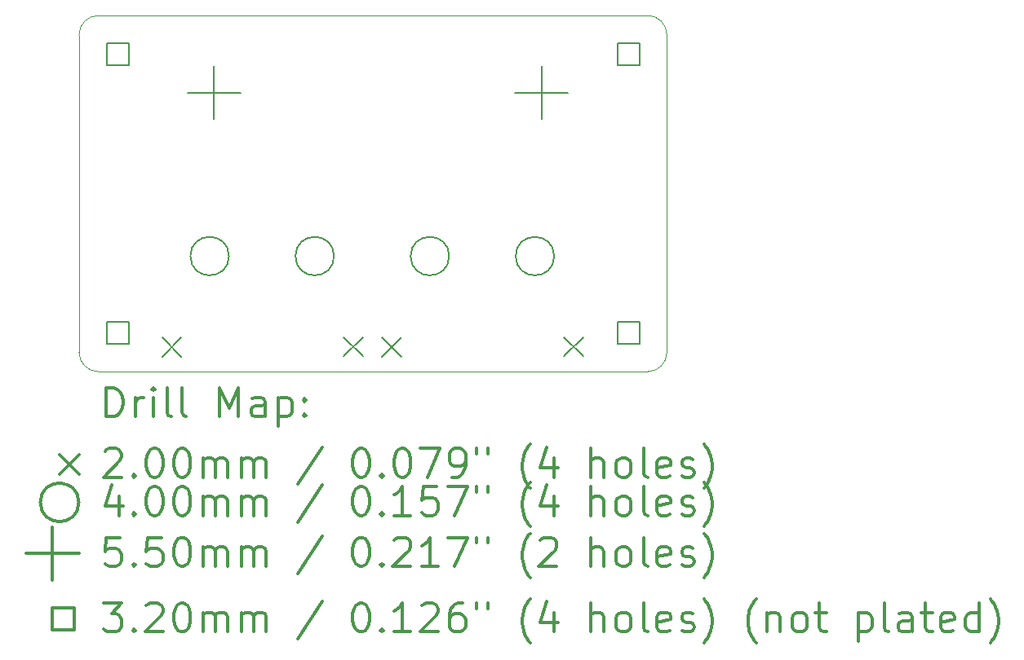
<source format=gbr>
%FSLAX45Y45*%
G04 Gerber Fmt 4.5, Leading zero omitted, Abs format (unit mm)*
G04 Created by KiCad (PCBNEW 5.1.6-c6e7f7d~87~ubuntu18.04.1) date 2020-09-18 13:50:06*
%MOMM*%
%LPD*%
G01*
G04 APERTURE LIST*
%TA.AperFunction,Profile*%
%ADD10C,0.050000*%
%TD*%
%ADD11C,0.200000*%
%ADD12C,0.300000*%
G04 APERTURE END LIST*
D10*
X5925000Y-3725000D02*
X5375000Y-3725000D01*
X225000Y-25000D02*
X1325000Y-25000D01*
X775000Y-3725000D02*
X225000Y-3725000D01*
X6125000Y-3525000D02*
X6125000Y-225000D01*
X1325000Y-25000D02*
X5925000Y-25000D01*
X25000Y-225000D02*
G75*
G02*
X225000Y-25000I200000J0D01*
G01*
X5925000Y-25000D02*
G75*
G02*
X6125000Y-225000I0J-200000D01*
G01*
X6125000Y-3525000D02*
G75*
G02*
X5925000Y-3725000I-200000J0D01*
G01*
X225000Y-3725000D02*
G75*
G02*
X25000Y-3525000I0J200000D01*
G01*
X5375000Y-3725000D02*
X775000Y-3725000D01*
X25000Y-225000D02*
X25000Y-3525000D01*
D11*
X885000Y-3370000D02*
X1085000Y-3570000D01*
X1085000Y-3370000D02*
X885000Y-3570000D01*
X2770000Y-3365000D02*
X2970000Y-3565000D01*
X2970000Y-3365000D02*
X2770000Y-3565000D01*
X3170000Y-3370000D02*
X3370000Y-3570000D01*
X3370000Y-3370000D02*
X3170000Y-3570000D01*
X5055000Y-3365000D02*
X5255000Y-3565000D01*
X5255000Y-3365000D02*
X5055000Y-3565000D01*
X1580000Y-2525000D02*
G75*
G03*
X1580000Y-2525000I-200000J0D01*
G01*
X2670000Y-2525000D02*
G75*
G03*
X2670000Y-2525000I-200000J0D01*
G01*
X3865000Y-2525000D02*
G75*
G03*
X3865000Y-2525000I-200000J0D01*
G01*
X4955000Y-2525000D02*
G75*
G03*
X4955000Y-2525000I-200000J0D01*
G01*
X1425000Y-550000D02*
X1425000Y-1100000D01*
X1150000Y-825000D02*
X1700000Y-825000D01*
X4825000Y-550000D02*
X4825000Y-1100000D01*
X4550000Y-825000D02*
X5100000Y-825000D01*
X538138Y-3438138D02*
X538138Y-3211862D01*
X311862Y-3211862D01*
X311862Y-3438138D01*
X538138Y-3438138D01*
X5838138Y-3438138D02*
X5838138Y-3211862D01*
X5611862Y-3211862D01*
X5611862Y-3438138D01*
X5838138Y-3438138D01*
X538138Y-538138D02*
X538138Y-311862D01*
X311862Y-311862D01*
X311862Y-538138D01*
X538138Y-538138D01*
X5838138Y-538138D02*
X5838138Y-311862D01*
X5611862Y-311862D01*
X5611862Y-538138D01*
X5838138Y-538138D01*
D12*
X308928Y-4193214D02*
X308928Y-3893214D01*
X380357Y-3893214D01*
X423214Y-3907500D01*
X451786Y-3936071D01*
X466071Y-3964643D01*
X480357Y-4021786D01*
X480357Y-4064643D01*
X466071Y-4121786D01*
X451786Y-4150357D01*
X423214Y-4178929D01*
X380357Y-4193214D01*
X308928Y-4193214D01*
X608928Y-4193214D02*
X608928Y-3993214D01*
X608928Y-4050357D02*
X623214Y-4021786D01*
X637500Y-4007500D01*
X666071Y-3993214D01*
X694643Y-3993214D01*
X794643Y-4193214D02*
X794643Y-3993214D01*
X794643Y-3893214D02*
X780357Y-3907500D01*
X794643Y-3921786D01*
X808928Y-3907500D01*
X794643Y-3893214D01*
X794643Y-3921786D01*
X980357Y-4193214D02*
X951786Y-4178929D01*
X937500Y-4150357D01*
X937500Y-3893214D01*
X1137500Y-4193214D02*
X1108928Y-4178929D01*
X1094643Y-4150357D01*
X1094643Y-3893214D01*
X1480357Y-4193214D02*
X1480357Y-3893214D01*
X1580357Y-4107500D01*
X1680357Y-3893214D01*
X1680357Y-4193214D01*
X1951786Y-4193214D02*
X1951786Y-4036071D01*
X1937500Y-4007500D01*
X1908928Y-3993214D01*
X1851786Y-3993214D01*
X1823214Y-4007500D01*
X1951786Y-4178929D02*
X1923214Y-4193214D01*
X1851786Y-4193214D01*
X1823214Y-4178929D01*
X1808928Y-4150357D01*
X1808928Y-4121786D01*
X1823214Y-4093214D01*
X1851786Y-4078929D01*
X1923214Y-4078929D01*
X1951786Y-4064643D01*
X2094643Y-3993214D02*
X2094643Y-4293214D01*
X2094643Y-4007500D02*
X2123214Y-3993214D01*
X2180357Y-3993214D01*
X2208928Y-4007500D01*
X2223214Y-4021786D01*
X2237500Y-4050357D01*
X2237500Y-4136071D01*
X2223214Y-4164643D01*
X2208928Y-4178929D01*
X2180357Y-4193214D01*
X2123214Y-4193214D01*
X2094643Y-4178929D01*
X2366071Y-4164643D02*
X2380357Y-4178929D01*
X2366071Y-4193214D01*
X2351786Y-4178929D01*
X2366071Y-4164643D01*
X2366071Y-4193214D01*
X2366071Y-4007500D02*
X2380357Y-4021786D01*
X2366071Y-4036071D01*
X2351786Y-4021786D01*
X2366071Y-4007500D01*
X2366071Y-4036071D01*
X-177500Y-4587500D02*
X22500Y-4787500D01*
X22500Y-4587500D02*
X-177500Y-4787500D01*
X294643Y-4551786D02*
X308928Y-4537500D01*
X337500Y-4523214D01*
X408928Y-4523214D01*
X437500Y-4537500D01*
X451786Y-4551786D01*
X466071Y-4580357D01*
X466071Y-4608929D01*
X451786Y-4651786D01*
X280357Y-4823214D01*
X466071Y-4823214D01*
X594643Y-4794643D02*
X608928Y-4808929D01*
X594643Y-4823214D01*
X580357Y-4808929D01*
X594643Y-4794643D01*
X594643Y-4823214D01*
X794643Y-4523214D02*
X823214Y-4523214D01*
X851786Y-4537500D01*
X866071Y-4551786D01*
X880357Y-4580357D01*
X894643Y-4637500D01*
X894643Y-4708929D01*
X880357Y-4766072D01*
X866071Y-4794643D01*
X851786Y-4808929D01*
X823214Y-4823214D01*
X794643Y-4823214D01*
X766071Y-4808929D01*
X751786Y-4794643D01*
X737500Y-4766072D01*
X723214Y-4708929D01*
X723214Y-4637500D01*
X737500Y-4580357D01*
X751786Y-4551786D01*
X766071Y-4537500D01*
X794643Y-4523214D01*
X1080357Y-4523214D02*
X1108928Y-4523214D01*
X1137500Y-4537500D01*
X1151786Y-4551786D01*
X1166071Y-4580357D01*
X1180357Y-4637500D01*
X1180357Y-4708929D01*
X1166071Y-4766072D01*
X1151786Y-4794643D01*
X1137500Y-4808929D01*
X1108928Y-4823214D01*
X1080357Y-4823214D01*
X1051786Y-4808929D01*
X1037500Y-4794643D01*
X1023214Y-4766072D01*
X1008928Y-4708929D01*
X1008928Y-4637500D01*
X1023214Y-4580357D01*
X1037500Y-4551786D01*
X1051786Y-4537500D01*
X1080357Y-4523214D01*
X1308928Y-4823214D02*
X1308928Y-4623214D01*
X1308928Y-4651786D02*
X1323214Y-4637500D01*
X1351786Y-4623214D01*
X1394643Y-4623214D01*
X1423214Y-4637500D01*
X1437500Y-4666072D01*
X1437500Y-4823214D01*
X1437500Y-4666072D02*
X1451786Y-4637500D01*
X1480357Y-4623214D01*
X1523214Y-4623214D01*
X1551786Y-4637500D01*
X1566071Y-4666072D01*
X1566071Y-4823214D01*
X1708928Y-4823214D02*
X1708928Y-4623214D01*
X1708928Y-4651786D02*
X1723214Y-4637500D01*
X1751786Y-4623214D01*
X1794643Y-4623214D01*
X1823214Y-4637500D01*
X1837500Y-4666072D01*
X1837500Y-4823214D01*
X1837500Y-4666072D02*
X1851786Y-4637500D01*
X1880357Y-4623214D01*
X1923214Y-4623214D01*
X1951786Y-4637500D01*
X1966071Y-4666072D01*
X1966071Y-4823214D01*
X2551786Y-4508929D02*
X2294643Y-4894643D01*
X2937500Y-4523214D02*
X2966071Y-4523214D01*
X2994643Y-4537500D01*
X3008928Y-4551786D01*
X3023214Y-4580357D01*
X3037500Y-4637500D01*
X3037500Y-4708929D01*
X3023214Y-4766072D01*
X3008928Y-4794643D01*
X2994643Y-4808929D01*
X2966071Y-4823214D01*
X2937500Y-4823214D01*
X2908928Y-4808929D01*
X2894643Y-4794643D01*
X2880357Y-4766072D01*
X2866071Y-4708929D01*
X2866071Y-4637500D01*
X2880357Y-4580357D01*
X2894643Y-4551786D01*
X2908928Y-4537500D01*
X2937500Y-4523214D01*
X3166071Y-4794643D02*
X3180357Y-4808929D01*
X3166071Y-4823214D01*
X3151786Y-4808929D01*
X3166071Y-4794643D01*
X3166071Y-4823214D01*
X3366071Y-4523214D02*
X3394643Y-4523214D01*
X3423214Y-4537500D01*
X3437500Y-4551786D01*
X3451786Y-4580357D01*
X3466071Y-4637500D01*
X3466071Y-4708929D01*
X3451786Y-4766072D01*
X3437500Y-4794643D01*
X3423214Y-4808929D01*
X3394643Y-4823214D01*
X3366071Y-4823214D01*
X3337500Y-4808929D01*
X3323214Y-4794643D01*
X3308928Y-4766072D01*
X3294643Y-4708929D01*
X3294643Y-4637500D01*
X3308928Y-4580357D01*
X3323214Y-4551786D01*
X3337500Y-4537500D01*
X3366071Y-4523214D01*
X3566071Y-4523214D02*
X3766071Y-4523214D01*
X3637500Y-4823214D01*
X3894643Y-4823214D02*
X3951786Y-4823214D01*
X3980357Y-4808929D01*
X3994643Y-4794643D01*
X4023214Y-4751786D01*
X4037500Y-4694643D01*
X4037500Y-4580357D01*
X4023214Y-4551786D01*
X4008928Y-4537500D01*
X3980357Y-4523214D01*
X3923214Y-4523214D01*
X3894643Y-4537500D01*
X3880357Y-4551786D01*
X3866071Y-4580357D01*
X3866071Y-4651786D01*
X3880357Y-4680357D01*
X3894643Y-4694643D01*
X3923214Y-4708929D01*
X3980357Y-4708929D01*
X4008928Y-4694643D01*
X4023214Y-4680357D01*
X4037500Y-4651786D01*
X4151786Y-4523214D02*
X4151786Y-4580357D01*
X4266071Y-4523214D02*
X4266071Y-4580357D01*
X4708928Y-4937500D02*
X4694643Y-4923214D01*
X4666071Y-4880357D01*
X4651786Y-4851786D01*
X4637500Y-4808929D01*
X4623214Y-4737500D01*
X4623214Y-4680357D01*
X4637500Y-4608929D01*
X4651786Y-4566072D01*
X4666071Y-4537500D01*
X4694643Y-4494643D01*
X4708928Y-4480357D01*
X4951786Y-4623214D02*
X4951786Y-4823214D01*
X4880357Y-4508929D02*
X4808928Y-4723214D01*
X4994643Y-4723214D01*
X5337500Y-4823214D02*
X5337500Y-4523214D01*
X5466071Y-4823214D02*
X5466071Y-4666072D01*
X5451786Y-4637500D01*
X5423214Y-4623214D01*
X5380357Y-4623214D01*
X5351786Y-4637500D01*
X5337500Y-4651786D01*
X5651786Y-4823214D02*
X5623214Y-4808929D01*
X5608928Y-4794643D01*
X5594643Y-4766072D01*
X5594643Y-4680357D01*
X5608928Y-4651786D01*
X5623214Y-4637500D01*
X5651786Y-4623214D01*
X5694643Y-4623214D01*
X5723214Y-4637500D01*
X5737500Y-4651786D01*
X5751786Y-4680357D01*
X5751786Y-4766072D01*
X5737500Y-4794643D01*
X5723214Y-4808929D01*
X5694643Y-4823214D01*
X5651786Y-4823214D01*
X5923214Y-4823214D02*
X5894643Y-4808929D01*
X5880357Y-4780357D01*
X5880357Y-4523214D01*
X6151786Y-4808929D02*
X6123214Y-4823214D01*
X6066071Y-4823214D01*
X6037500Y-4808929D01*
X6023214Y-4780357D01*
X6023214Y-4666072D01*
X6037500Y-4637500D01*
X6066071Y-4623214D01*
X6123214Y-4623214D01*
X6151786Y-4637500D01*
X6166071Y-4666072D01*
X6166071Y-4694643D01*
X6023214Y-4723214D01*
X6280357Y-4808929D02*
X6308928Y-4823214D01*
X6366071Y-4823214D01*
X6394643Y-4808929D01*
X6408928Y-4780357D01*
X6408928Y-4766072D01*
X6394643Y-4737500D01*
X6366071Y-4723214D01*
X6323214Y-4723214D01*
X6294643Y-4708929D01*
X6280357Y-4680357D01*
X6280357Y-4666072D01*
X6294643Y-4637500D01*
X6323214Y-4623214D01*
X6366071Y-4623214D01*
X6394643Y-4637500D01*
X6508928Y-4937500D02*
X6523214Y-4923214D01*
X6551786Y-4880357D01*
X6566071Y-4851786D01*
X6580357Y-4808929D01*
X6594643Y-4737500D01*
X6594643Y-4680357D01*
X6580357Y-4608929D01*
X6566071Y-4566072D01*
X6551786Y-4537500D01*
X6523214Y-4494643D01*
X6508928Y-4480357D01*
X22500Y-5083500D02*
G75*
G03*
X22500Y-5083500I-200000J0D01*
G01*
X437500Y-5019214D02*
X437500Y-5219214D01*
X366071Y-4904929D02*
X294643Y-5119214D01*
X480357Y-5119214D01*
X594643Y-5190643D02*
X608928Y-5204929D01*
X594643Y-5219214D01*
X580357Y-5204929D01*
X594643Y-5190643D01*
X594643Y-5219214D01*
X794643Y-4919214D02*
X823214Y-4919214D01*
X851786Y-4933500D01*
X866071Y-4947786D01*
X880357Y-4976357D01*
X894643Y-5033500D01*
X894643Y-5104929D01*
X880357Y-5162072D01*
X866071Y-5190643D01*
X851786Y-5204929D01*
X823214Y-5219214D01*
X794643Y-5219214D01*
X766071Y-5204929D01*
X751786Y-5190643D01*
X737500Y-5162072D01*
X723214Y-5104929D01*
X723214Y-5033500D01*
X737500Y-4976357D01*
X751786Y-4947786D01*
X766071Y-4933500D01*
X794643Y-4919214D01*
X1080357Y-4919214D02*
X1108928Y-4919214D01*
X1137500Y-4933500D01*
X1151786Y-4947786D01*
X1166071Y-4976357D01*
X1180357Y-5033500D01*
X1180357Y-5104929D01*
X1166071Y-5162072D01*
X1151786Y-5190643D01*
X1137500Y-5204929D01*
X1108928Y-5219214D01*
X1080357Y-5219214D01*
X1051786Y-5204929D01*
X1037500Y-5190643D01*
X1023214Y-5162072D01*
X1008928Y-5104929D01*
X1008928Y-5033500D01*
X1023214Y-4976357D01*
X1037500Y-4947786D01*
X1051786Y-4933500D01*
X1080357Y-4919214D01*
X1308928Y-5219214D02*
X1308928Y-5019214D01*
X1308928Y-5047786D02*
X1323214Y-5033500D01*
X1351786Y-5019214D01*
X1394643Y-5019214D01*
X1423214Y-5033500D01*
X1437500Y-5062072D01*
X1437500Y-5219214D01*
X1437500Y-5062072D02*
X1451786Y-5033500D01*
X1480357Y-5019214D01*
X1523214Y-5019214D01*
X1551786Y-5033500D01*
X1566071Y-5062072D01*
X1566071Y-5219214D01*
X1708928Y-5219214D02*
X1708928Y-5019214D01*
X1708928Y-5047786D02*
X1723214Y-5033500D01*
X1751786Y-5019214D01*
X1794643Y-5019214D01*
X1823214Y-5033500D01*
X1837500Y-5062072D01*
X1837500Y-5219214D01*
X1837500Y-5062072D02*
X1851786Y-5033500D01*
X1880357Y-5019214D01*
X1923214Y-5019214D01*
X1951786Y-5033500D01*
X1966071Y-5062072D01*
X1966071Y-5219214D01*
X2551786Y-4904929D02*
X2294643Y-5290643D01*
X2937500Y-4919214D02*
X2966071Y-4919214D01*
X2994643Y-4933500D01*
X3008928Y-4947786D01*
X3023214Y-4976357D01*
X3037500Y-5033500D01*
X3037500Y-5104929D01*
X3023214Y-5162072D01*
X3008928Y-5190643D01*
X2994643Y-5204929D01*
X2966071Y-5219214D01*
X2937500Y-5219214D01*
X2908928Y-5204929D01*
X2894643Y-5190643D01*
X2880357Y-5162072D01*
X2866071Y-5104929D01*
X2866071Y-5033500D01*
X2880357Y-4976357D01*
X2894643Y-4947786D01*
X2908928Y-4933500D01*
X2937500Y-4919214D01*
X3166071Y-5190643D02*
X3180357Y-5204929D01*
X3166071Y-5219214D01*
X3151786Y-5204929D01*
X3166071Y-5190643D01*
X3166071Y-5219214D01*
X3466071Y-5219214D02*
X3294643Y-5219214D01*
X3380357Y-5219214D02*
X3380357Y-4919214D01*
X3351786Y-4962072D01*
X3323214Y-4990643D01*
X3294643Y-5004929D01*
X3737500Y-4919214D02*
X3594643Y-4919214D01*
X3580357Y-5062072D01*
X3594643Y-5047786D01*
X3623214Y-5033500D01*
X3694643Y-5033500D01*
X3723214Y-5047786D01*
X3737500Y-5062072D01*
X3751786Y-5090643D01*
X3751786Y-5162072D01*
X3737500Y-5190643D01*
X3723214Y-5204929D01*
X3694643Y-5219214D01*
X3623214Y-5219214D01*
X3594643Y-5204929D01*
X3580357Y-5190643D01*
X3851786Y-4919214D02*
X4051786Y-4919214D01*
X3923214Y-5219214D01*
X4151786Y-4919214D02*
X4151786Y-4976357D01*
X4266071Y-4919214D02*
X4266071Y-4976357D01*
X4708928Y-5333500D02*
X4694643Y-5319214D01*
X4666071Y-5276357D01*
X4651786Y-5247786D01*
X4637500Y-5204929D01*
X4623214Y-5133500D01*
X4623214Y-5076357D01*
X4637500Y-5004929D01*
X4651786Y-4962072D01*
X4666071Y-4933500D01*
X4694643Y-4890643D01*
X4708928Y-4876357D01*
X4951786Y-5019214D02*
X4951786Y-5219214D01*
X4880357Y-4904929D02*
X4808928Y-5119214D01*
X4994643Y-5119214D01*
X5337500Y-5219214D02*
X5337500Y-4919214D01*
X5466071Y-5219214D02*
X5466071Y-5062072D01*
X5451786Y-5033500D01*
X5423214Y-5019214D01*
X5380357Y-5019214D01*
X5351786Y-5033500D01*
X5337500Y-5047786D01*
X5651786Y-5219214D02*
X5623214Y-5204929D01*
X5608928Y-5190643D01*
X5594643Y-5162072D01*
X5594643Y-5076357D01*
X5608928Y-5047786D01*
X5623214Y-5033500D01*
X5651786Y-5019214D01*
X5694643Y-5019214D01*
X5723214Y-5033500D01*
X5737500Y-5047786D01*
X5751786Y-5076357D01*
X5751786Y-5162072D01*
X5737500Y-5190643D01*
X5723214Y-5204929D01*
X5694643Y-5219214D01*
X5651786Y-5219214D01*
X5923214Y-5219214D02*
X5894643Y-5204929D01*
X5880357Y-5176357D01*
X5880357Y-4919214D01*
X6151786Y-5204929D02*
X6123214Y-5219214D01*
X6066071Y-5219214D01*
X6037500Y-5204929D01*
X6023214Y-5176357D01*
X6023214Y-5062072D01*
X6037500Y-5033500D01*
X6066071Y-5019214D01*
X6123214Y-5019214D01*
X6151786Y-5033500D01*
X6166071Y-5062072D01*
X6166071Y-5090643D01*
X6023214Y-5119214D01*
X6280357Y-5204929D02*
X6308928Y-5219214D01*
X6366071Y-5219214D01*
X6394643Y-5204929D01*
X6408928Y-5176357D01*
X6408928Y-5162072D01*
X6394643Y-5133500D01*
X6366071Y-5119214D01*
X6323214Y-5119214D01*
X6294643Y-5104929D01*
X6280357Y-5076357D01*
X6280357Y-5062072D01*
X6294643Y-5033500D01*
X6323214Y-5019214D01*
X6366071Y-5019214D01*
X6394643Y-5033500D01*
X6508928Y-5333500D02*
X6523214Y-5319214D01*
X6551786Y-5276357D01*
X6566071Y-5247786D01*
X6580357Y-5204929D01*
X6594643Y-5133500D01*
X6594643Y-5076357D01*
X6580357Y-5004929D01*
X6566071Y-4962072D01*
X6551786Y-4933500D01*
X6523214Y-4890643D01*
X6508928Y-4876357D01*
X-252500Y-5338500D02*
X-252500Y-5888500D01*
X-527500Y-5613500D02*
X22500Y-5613500D01*
X451786Y-5449214D02*
X308928Y-5449214D01*
X294643Y-5592072D01*
X308928Y-5577786D01*
X337500Y-5563500D01*
X408928Y-5563500D01*
X437500Y-5577786D01*
X451786Y-5592072D01*
X466071Y-5620643D01*
X466071Y-5692071D01*
X451786Y-5720643D01*
X437500Y-5734929D01*
X408928Y-5749214D01*
X337500Y-5749214D01*
X308928Y-5734929D01*
X294643Y-5720643D01*
X594643Y-5720643D02*
X608928Y-5734929D01*
X594643Y-5749214D01*
X580357Y-5734929D01*
X594643Y-5720643D01*
X594643Y-5749214D01*
X880357Y-5449214D02*
X737500Y-5449214D01*
X723214Y-5592072D01*
X737500Y-5577786D01*
X766071Y-5563500D01*
X837500Y-5563500D01*
X866071Y-5577786D01*
X880357Y-5592072D01*
X894643Y-5620643D01*
X894643Y-5692071D01*
X880357Y-5720643D01*
X866071Y-5734929D01*
X837500Y-5749214D01*
X766071Y-5749214D01*
X737500Y-5734929D01*
X723214Y-5720643D01*
X1080357Y-5449214D02*
X1108928Y-5449214D01*
X1137500Y-5463500D01*
X1151786Y-5477786D01*
X1166071Y-5506357D01*
X1180357Y-5563500D01*
X1180357Y-5634929D01*
X1166071Y-5692071D01*
X1151786Y-5720643D01*
X1137500Y-5734929D01*
X1108928Y-5749214D01*
X1080357Y-5749214D01*
X1051786Y-5734929D01*
X1037500Y-5720643D01*
X1023214Y-5692071D01*
X1008928Y-5634929D01*
X1008928Y-5563500D01*
X1023214Y-5506357D01*
X1037500Y-5477786D01*
X1051786Y-5463500D01*
X1080357Y-5449214D01*
X1308928Y-5749214D02*
X1308928Y-5549214D01*
X1308928Y-5577786D02*
X1323214Y-5563500D01*
X1351786Y-5549214D01*
X1394643Y-5549214D01*
X1423214Y-5563500D01*
X1437500Y-5592072D01*
X1437500Y-5749214D01*
X1437500Y-5592072D02*
X1451786Y-5563500D01*
X1480357Y-5549214D01*
X1523214Y-5549214D01*
X1551786Y-5563500D01*
X1566071Y-5592072D01*
X1566071Y-5749214D01*
X1708928Y-5749214D02*
X1708928Y-5549214D01*
X1708928Y-5577786D02*
X1723214Y-5563500D01*
X1751786Y-5549214D01*
X1794643Y-5549214D01*
X1823214Y-5563500D01*
X1837500Y-5592072D01*
X1837500Y-5749214D01*
X1837500Y-5592072D02*
X1851786Y-5563500D01*
X1880357Y-5549214D01*
X1923214Y-5549214D01*
X1951786Y-5563500D01*
X1966071Y-5592072D01*
X1966071Y-5749214D01*
X2551786Y-5434929D02*
X2294643Y-5820643D01*
X2937500Y-5449214D02*
X2966071Y-5449214D01*
X2994643Y-5463500D01*
X3008928Y-5477786D01*
X3023214Y-5506357D01*
X3037500Y-5563500D01*
X3037500Y-5634929D01*
X3023214Y-5692071D01*
X3008928Y-5720643D01*
X2994643Y-5734929D01*
X2966071Y-5749214D01*
X2937500Y-5749214D01*
X2908928Y-5734929D01*
X2894643Y-5720643D01*
X2880357Y-5692071D01*
X2866071Y-5634929D01*
X2866071Y-5563500D01*
X2880357Y-5506357D01*
X2894643Y-5477786D01*
X2908928Y-5463500D01*
X2937500Y-5449214D01*
X3166071Y-5720643D02*
X3180357Y-5734929D01*
X3166071Y-5749214D01*
X3151786Y-5734929D01*
X3166071Y-5720643D01*
X3166071Y-5749214D01*
X3294643Y-5477786D02*
X3308928Y-5463500D01*
X3337500Y-5449214D01*
X3408928Y-5449214D01*
X3437500Y-5463500D01*
X3451786Y-5477786D01*
X3466071Y-5506357D01*
X3466071Y-5534929D01*
X3451786Y-5577786D01*
X3280357Y-5749214D01*
X3466071Y-5749214D01*
X3751786Y-5749214D02*
X3580357Y-5749214D01*
X3666071Y-5749214D02*
X3666071Y-5449214D01*
X3637500Y-5492072D01*
X3608928Y-5520643D01*
X3580357Y-5534929D01*
X3851786Y-5449214D02*
X4051786Y-5449214D01*
X3923214Y-5749214D01*
X4151786Y-5449214D02*
X4151786Y-5506357D01*
X4266071Y-5449214D02*
X4266071Y-5506357D01*
X4708928Y-5863500D02*
X4694643Y-5849214D01*
X4666071Y-5806357D01*
X4651786Y-5777786D01*
X4637500Y-5734929D01*
X4623214Y-5663500D01*
X4623214Y-5606357D01*
X4637500Y-5534929D01*
X4651786Y-5492072D01*
X4666071Y-5463500D01*
X4694643Y-5420643D01*
X4708928Y-5406357D01*
X4808928Y-5477786D02*
X4823214Y-5463500D01*
X4851786Y-5449214D01*
X4923214Y-5449214D01*
X4951786Y-5463500D01*
X4966071Y-5477786D01*
X4980357Y-5506357D01*
X4980357Y-5534929D01*
X4966071Y-5577786D01*
X4794643Y-5749214D01*
X4980357Y-5749214D01*
X5337500Y-5749214D02*
X5337500Y-5449214D01*
X5466071Y-5749214D02*
X5466071Y-5592072D01*
X5451786Y-5563500D01*
X5423214Y-5549214D01*
X5380357Y-5549214D01*
X5351786Y-5563500D01*
X5337500Y-5577786D01*
X5651786Y-5749214D02*
X5623214Y-5734929D01*
X5608928Y-5720643D01*
X5594643Y-5692071D01*
X5594643Y-5606357D01*
X5608928Y-5577786D01*
X5623214Y-5563500D01*
X5651786Y-5549214D01*
X5694643Y-5549214D01*
X5723214Y-5563500D01*
X5737500Y-5577786D01*
X5751786Y-5606357D01*
X5751786Y-5692071D01*
X5737500Y-5720643D01*
X5723214Y-5734929D01*
X5694643Y-5749214D01*
X5651786Y-5749214D01*
X5923214Y-5749214D02*
X5894643Y-5734929D01*
X5880357Y-5706357D01*
X5880357Y-5449214D01*
X6151786Y-5734929D02*
X6123214Y-5749214D01*
X6066071Y-5749214D01*
X6037500Y-5734929D01*
X6023214Y-5706357D01*
X6023214Y-5592072D01*
X6037500Y-5563500D01*
X6066071Y-5549214D01*
X6123214Y-5549214D01*
X6151786Y-5563500D01*
X6166071Y-5592072D01*
X6166071Y-5620643D01*
X6023214Y-5649214D01*
X6280357Y-5734929D02*
X6308928Y-5749214D01*
X6366071Y-5749214D01*
X6394643Y-5734929D01*
X6408928Y-5706357D01*
X6408928Y-5692071D01*
X6394643Y-5663500D01*
X6366071Y-5649214D01*
X6323214Y-5649214D01*
X6294643Y-5634929D01*
X6280357Y-5606357D01*
X6280357Y-5592072D01*
X6294643Y-5563500D01*
X6323214Y-5549214D01*
X6366071Y-5549214D01*
X6394643Y-5563500D01*
X6508928Y-5863500D02*
X6523214Y-5849214D01*
X6551786Y-5806357D01*
X6566071Y-5777786D01*
X6580357Y-5734929D01*
X6594643Y-5663500D01*
X6594643Y-5606357D01*
X6580357Y-5534929D01*
X6566071Y-5492072D01*
X6551786Y-5463500D01*
X6523214Y-5420643D01*
X6508928Y-5406357D01*
X-24362Y-6406638D02*
X-24362Y-6180362D01*
X-250638Y-6180362D01*
X-250638Y-6406638D01*
X-24362Y-6406638D01*
X280357Y-6129214D02*
X466071Y-6129214D01*
X366071Y-6243500D01*
X408928Y-6243500D01*
X437500Y-6257786D01*
X451786Y-6272071D01*
X466071Y-6300643D01*
X466071Y-6372071D01*
X451786Y-6400643D01*
X437500Y-6414929D01*
X408928Y-6429214D01*
X323214Y-6429214D01*
X294643Y-6414929D01*
X280357Y-6400643D01*
X594643Y-6400643D02*
X608928Y-6414929D01*
X594643Y-6429214D01*
X580357Y-6414929D01*
X594643Y-6400643D01*
X594643Y-6429214D01*
X723214Y-6157786D02*
X737500Y-6143500D01*
X766071Y-6129214D01*
X837500Y-6129214D01*
X866071Y-6143500D01*
X880357Y-6157786D01*
X894643Y-6186357D01*
X894643Y-6214929D01*
X880357Y-6257786D01*
X708928Y-6429214D01*
X894643Y-6429214D01*
X1080357Y-6129214D02*
X1108928Y-6129214D01*
X1137500Y-6143500D01*
X1151786Y-6157786D01*
X1166071Y-6186357D01*
X1180357Y-6243500D01*
X1180357Y-6314929D01*
X1166071Y-6372071D01*
X1151786Y-6400643D01*
X1137500Y-6414929D01*
X1108928Y-6429214D01*
X1080357Y-6429214D01*
X1051786Y-6414929D01*
X1037500Y-6400643D01*
X1023214Y-6372071D01*
X1008928Y-6314929D01*
X1008928Y-6243500D01*
X1023214Y-6186357D01*
X1037500Y-6157786D01*
X1051786Y-6143500D01*
X1080357Y-6129214D01*
X1308928Y-6429214D02*
X1308928Y-6229214D01*
X1308928Y-6257786D02*
X1323214Y-6243500D01*
X1351786Y-6229214D01*
X1394643Y-6229214D01*
X1423214Y-6243500D01*
X1437500Y-6272071D01*
X1437500Y-6429214D01*
X1437500Y-6272071D02*
X1451786Y-6243500D01*
X1480357Y-6229214D01*
X1523214Y-6229214D01*
X1551786Y-6243500D01*
X1566071Y-6272071D01*
X1566071Y-6429214D01*
X1708928Y-6429214D02*
X1708928Y-6229214D01*
X1708928Y-6257786D02*
X1723214Y-6243500D01*
X1751786Y-6229214D01*
X1794643Y-6229214D01*
X1823214Y-6243500D01*
X1837500Y-6272071D01*
X1837500Y-6429214D01*
X1837500Y-6272071D02*
X1851786Y-6243500D01*
X1880357Y-6229214D01*
X1923214Y-6229214D01*
X1951786Y-6243500D01*
X1966071Y-6272071D01*
X1966071Y-6429214D01*
X2551786Y-6114929D02*
X2294643Y-6500643D01*
X2937500Y-6129214D02*
X2966071Y-6129214D01*
X2994643Y-6143500D01*
X3008928Y-6157786D01*
X3023214Y-6186357D01*
X3037500Y-6243500D01*
X3037500Y-6314929D01*
X3023214Y-6372071D01*
X3008928Y-6400643D01*
X2994643Y-6414929D01*
X2966071Y-6429214D01*
X2937500Y-6429214D01*
X2908928Y-6414929D01*
X2894643Y-6400643D01*
X2880357Y-6372071D01*
X2866071Y-6314929D01*
X2866071Y-6243500D01*
X2880357Y-6186357D01*
X2894643Y-6157786D01*
X2908928Y-6143500D01*
X2937500Y-6129214D01*
X3166071Y-6400643D02*
X3180357Y-6414929D01*
X3166071Y-6429214D01*
X3151786Y-6414929D01*
X3166071Y-6400643D01*
X3166071Y-6429214D01*
X3466071Y-6429214D02*
X3294643Y-6429214D01*
X3380357Y-6429214D02*
X3380357Y-6129214D01*
X3351786Y-6172071D01*
X3323214Y-6200643D01*
X3294643Y-6214929D01*
X3580357Y-6157786D02*
X3594643Y-6143500D01*
X3623214Y-6129214D01*
X3694643Y-6129214D01*
X3723214Y-6143500D01*
X3737500Y-6157786D01*
X3751786Y-6186357D01*
X3751786Y-6214929D01*
X3737500Y-6257786D01*
X3566071Y-6429214D01*
X3751786Y-6429214D01*
X4008928Y-6129214D02*
X3951786Y-6129214D01*
X3923214Y-6143500D01*
X3908928Y-6157786D01*
X3880357Y-6200643D01*
X3866071Y-6257786D01*
X3866071Y-6372071D01*
X3880357Y-6400643D01*
X3894643Y-6414929D01*
X3923214Y-6429214D01*
X3980357Y-6429214D01*
X4008928Y-6414929D01*
X4023214Y-6400643D01*
X4037500Y-6372071D01*
X4037500Y-6300643D01*
X4023214Y-6272071D01*
X4008928Y-6257786D01*
X3980357Y-6243500D01*
X3923214Y-6243500D01*
X3894643Y-6257786D01*
X3880357Y-6272071D01*
X3866071Y-6300643D01*
X4151786Y-6129214D02*
X4151786Y-6186357D01*
X4266071Y-6129214D02*
X4266071Y-6186357D01*
X4708928Y-6543500D02*
X4694643Y-6529214D01*
X4666071Y-6486357D01*
X4651786Y-6457786D01*
X4637500Y-6414929D01*
X4623214Y-6343500D01*
X4623214Y-6286357D01*
X4637500Y-6214929D01*
X4651786Y-6172071D01*
X4666071Y-6143500D01*
X4694643Y-6100643D01*
X4708928Y-6086357D01*
X4951786Y-6229214D02*
X4951786Y-6429214D01*
X4880357Y-6114929D02*
X4808928Y-6329214D01*
X4994643Y-6329214D01*
X5337500Y-6429214D02*
X5337500Y-6129214D01*
X5466071Y-6429214D02*
X5466071Y-6272071D01*
X5451786Y-6243500D01*
X5423214Y-6229214D01*
X5380357Y-6229214D01*
X5351786Y-6243500D01*
X5337500Y-6257786D01*
X5651786Y-6429214D02*
X5623214Y-6414929D01*
X5608928Y-6400643D01*
X5594643Y-6372071D01*
X5594643Y-6286357D01*
X5608928Y-6257786D01*
X5623214Y-6243500D01*
X5651786Y-6229214D01*
X5694643Y-6229214D01*
X5723214Y-6243500D01*
X5737500Y-6257786D01*
X5751786Y-6286357D01*
X5751786Y-6372071D01*
X5737500Y-6400643D01*
X5723214Y-6414929D01*
X5694643Y-6429214D01*
X5651786Y-6429214D01*
X5923214Y-6429214D02*
X5894643Y-6414929D01*
X5880357Y-6386357D01*
X5880357Y-6129214D01*
X6151786Y-6414929D02*
X6123214Y-6429214D01*
X6066071Y-6429214D01*
X6037500Y-6414929D01*
X6023214Y-6386357D01*
X6023214Y-6272071D01*
X6037500Y-6243500D01*
X6066071Y-6229214D01*
X6123214Y-6229214D01*
X6151786Y-6243500D01*
X6166071Y-6272071D01*
X6166071Y-6300643D01*
X6023214Y-6329214D01*
X6280357Y-6414929D02*
X6308928Y-6429214D01*
X6366071Y-6429214D01*
X6394643Y-6414929D01*
X6408928Y-6386357D01*
X6408928Y-6372071D01*
X6394643Y-6343500D01*
X6366071Y-6329214D01*
X6323214Y-6329214D01*
X6294643Y-6314929D01*
X6280357Y-6286357D01*
X6280357Y-6272071D01*
X6294643Y-6243500D01*
X6323214Y-6229214D01*
X6366071Y-6229214D01*
X6394643Y-6243500D01*
X6508928Y-6543500D02*
X6523214Y-6529214D01*
X6551786Y-6486357D01*
X6566071Y-6457786D01*
X6580357Y-6414929D01*
X6594643Y-6343500D01*
X6594643Y-6286357D01*
X6580357Y-6214929D01*
X6566071Y-6172071D01*
X6551786Y-6143500D01*
X6523214Y-6100643D01*
X6508928Y-6086357D01*
X7051786Y-6543500D02*
X7037500Y-6529214D01*
X7008928Y-6486357D01*
X6994643Y-6457786D01*
X6980357Y-6414929D01*
X6966071Y-6343500D01*
X6966071Y-6286357D01*
X6980357Y-6214929D01*
X6994643Y-6172071D01*
X7008928Y-6143500D01*
X7037500Y-6100643D01*
X7051786Y-6086357D01*
X7166071Y-6229214D02*
X7166071Y-6429214D01*
X7166071Y-6257786D02*
X7180357Y-6243500D01*
X7208928Y-6229214D01*
X7251786Y-6229214D01*
X7280357Y-6243500D01*
X7294643Y-6272071D01*
X7294643Y-6429214D01*
X7480357Y-6429214D02*
X7451786Y-6414929D01*
X7437500Y-6400643D01*
X7423214Y-6372071D01*
X7423214Y-6286357D01*
X7437500Y-6257786D01*
X7451786Y-6243500D01*
X7480357Y-6229214D01*
X7523214Y-6229214D01*
X7551786Y-6243500D01*
X7566071Y-6257786D01*
X7580357Y-6286357D01*
X7580357Y-6372071D01*
X7566071Y-6400643D01*
X7551786Y-6414929D01*
X7523214Y-6429214D01*
X7480357Y-6429214D01*
X7666071Y-6229214D02*
X7780357Y-6229214D01*
X7708928Y-6129214D02*
X7708928Y-6386357D01*
X7723214Y-6414929D01*
X7751786Y-6429214D01*
X7780357Y-6429214D01*
X8108928Y-6229214D02*
X8108928Y-6529214D01*
X8108928Y-6243500D02*
X8137500Y-6229214D01*
X8194643Y-6229214D01*
X8223214Y-6243500D01*
X8237500Y-6257786D01*
X8251786Y-6286357D01*
X8251786Y-6372071D01*
X8237500Y-6400643D01*
X8223214Y-6414929D01*
X8194643Y-6429214D01*
X8137500Y-6429214D01*
X8108928Y-6414929D01*
X8423214Y-6429214D02*
X8394643Y-6414929D01*
X8380357Y-6386357D01*
X8380357Y-6129214D01*
X8666071Y-6429214D02*
X8666071Y-6272071D01*
X8651786Y-6243500D01*
X8623214Y-6229214D01*
X8566071Y-6229214D01*
X8537500Y-6243500D01*
X8666071Y-6414929D02*
X8637500Y-6429214D01*
X8566071Y-6429214D01*
X8537500Y-6414929D01*
X8523214Y-6386357D01*
X8523214Y-6357786D01*
X8537500Y-6329214D01*
X8566071Y-6314929D01*
X8637500Y-6314929D01*
X8666071Y-6300643D01*
X8766071Y-6229214D02*
X8880357Y-6229214D01*
X8808928Y-6129214D02*
X8808928Y-6386357D01*
X8823214Y-6414929D01*
X8851786Y-6429214D01*
X8880357Y-6429214D01*
X9094643Y-6414929D02*
X9066071Y-6429214D01*
X9008928Y-6429214D01*
X8980357Y-6414929D01*
X8966071Y-6386357D01*
X8966071Y-6272071D01*
X8980357Y-6243500D01*
X9008928Y-6229214D01*
X9066071Y-6229214D01*
X9094643Y-6243500D01*
X9108928Y-6272071D01*
X9108928Y-6300643D01*
X8966071Y-6329214D01*
X9366071Y-6429214D02*
X9366071Y-6129214D01*
X9366071Y-6414929D02*
X9337500Y-6429214D01*
X9280357Y-6429214D01*
X9251786Y-6414929D01*
X9237500Y-6400643D01*
X9223214Y-6372071D01*
X9223214Y-6286357D01*
X9237500Y-6257786D01*
X9251786Y-6243500D01*
X9280357Y-6229214D01*
X9337500Y-6229214D01*
X9366071Y-6243500D01*
X9480357Y-6543500D02*
X9494643Y-6529214D01*
X9523214Y-6486357D01*
X9537500Y-6457786D01*
X9551786Y-6414929D01*
X9566071Y-6343500D01*
X9566071Y-6286357D01*
X9551786Y-6214929D01*
X9537500Y-6172071D01*
X9523214Y-6143500D01*
X9494643Y-6100643D01*
X9480357Y-6086357D01*
M02*

</source>
